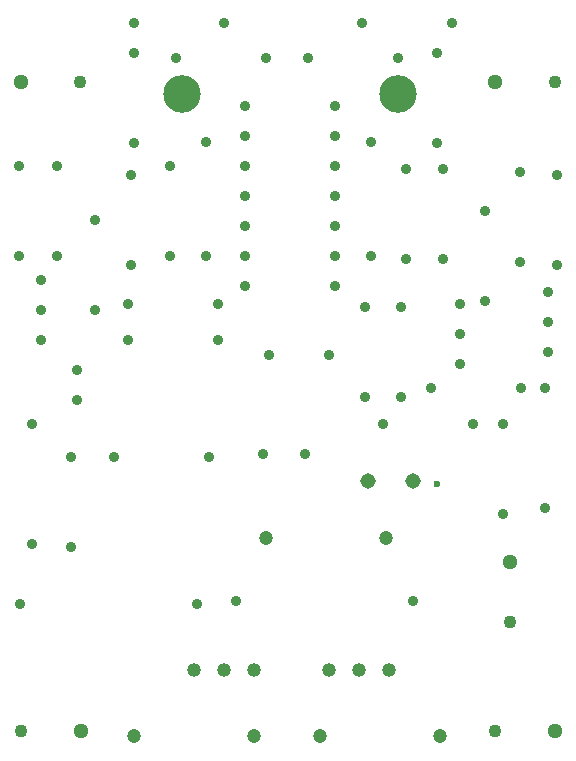
<source format=gbr>
G04 Generated by Ultiboard 11.0 *
%FSLAX25Y25*%
%MOMM*%

%ADD10C,0.60000*%
%ADD11C,3.18000*%
%ADD12C,1.10058*%
%ADD13C,1.29108*%
%ADD14C,1.20000*%
%ADD15C,0.88900*%
%ADD16C,0.90000*%
%ADD17C,1.18542*%
%ADD18C,1.31242*%


G04 ColorRGB 000000 for the following layer *
%LNDrill-Copper Top-Copper Bottom*%
%LPD*%
%FSLAX25Y25*%
%MOMM*%
G54D10*
X6096000Y2032000D03*
G54D11*
X3937000Y5334000D03*
X5765800Y5334000D03*
G54D12*
X2579793Y-61807D03*
X6589607Y-61807D03*
X6716607Y863600D03*
X7097607Y5435600D03*
X3079327Y5435600D03*
G54D13*
X3087793Y-61807D03*
X7097607Y-61807D03*
X6716607Y1371600D03*
X6589607Y5435600D03*
X2579793Y5435600D03*
G54D14*
X4546600Y-101600D03*
X3530600Y-101600D03*
X5105400Y-101600D03*
X6121400Y-101600D03*
X4648200Y1574800D03*
X5664200Y1574800D03*
G54D15*
X6400800Y2540000D03*
X5638800Y2540000D03*
X6045200Y2844800D03*
X6807200Y2844800D03*
X6290848Y3048000D03*
X6290848Y3556000D03*
X6290848Y3302000D03*
X3200400Y3505200D03*
X3200400Y4267200D03*
X3048000Y2743200D03*
X3048000Y2997200D03*
X2743200Y3251200D03*
X2743200Y3759200D03*
X2743200Y3505200D03*
X2997200Y1498600D03*
X2997200Y2260600D03*
X2558627Y4724400D03*
X2558627Y3962400D03*
X2880021Y4724400D03*
X2880021Y3962400D03*
X5486400Y2768600D03*
X5486400Y3530600D03*
X5791200Y2768600D03*
X5791200Y3530600D03*
X3479800Y3251200D03*
X4241800Y3251200D03*
X4673600Y3124200D03*
X5181600Y3124200D03*
X4627034Y2286000D03*
X4978400Y2286000D03*
X3361267Y2260600D03*
X4165600Y2260600D03*
X4476075Y4724400D03*
X4476075Y3962400D03*
X4476075Y3708400D03*
X4476075Y4216400D03*
X4476075Y4470400D03*
X4476075Y5232400D03*
X4476075Y4978400D03*
X5238075Y4724400D03*
X5238075Y3962400D03*
X5238075Y3708400D03*
X5238075Y4216400D03*
X5238075Y4470400D03*
X5238075Y4978400D03*
X5238075Y5232400D03*
X3835400Y4724400D03*
X3835400Y3962400D03*
X4140200Y3962400D03*
X4140200Y4927600D03*
X3479800Y3556000D03*
X4241800Y3556000D03*
X3505200Y3886200D03*
X3505200Y4648200D03*
X3530600Y5930900D03*
X4292600Y5930900D03*
X3886200Y5638800D03*
X4648200Y5638800D03*
X3530600Y5676900D03*
X3530600Y4914900D03*
X5537200Y3962400D03*
X5537200Y4927600D03*
X5833195Y3937000D03*
X5833195Y4699000D03*
X6146800Y3937000D03*
X6146800Y4699000D03*
X5461000Y5930900D03*
X6223000Y5930900D03*
X5003800Y5638800D03*
X5765800Y5638800D03*
X6096000Y5676900D03*
X6096000Y4914900D03*
X7037656Y3149600D03*
X7037656Y3657600D03*
X7037656Y3403600D03*
X6654800Y1778000D03*
X6654800Y2540000D03*
X7112000Y3886200D03*
X7112000Y4648200D03*
X6797378Y3911600D03*
X6797378Y4673600D03*
X6502400Y3581400D03*
X6502400Y4343400D03*
G54D16*
X2568800Y1011400D03*
X4068800Y1011400D03*
X2667000Y1524000D03*
X2667000Y2540000D03*
X4392800Y1041400D03*
X5892800Y1041400D03*
X7010400Y1828800D03*
X7010400Y2844800D03*
G54D17*
X4038600Y457200D03*
X4292600Y457200D03*
X4546600Y457200D03*
X5689600Y457200D03*
X5181600Y457200D03*
X5435600Y457200D03*
G54D18*
X5892800Y2057400D03*
X5511800Y2057400D03*

M00*

</source>
